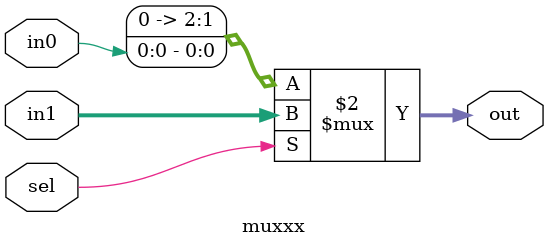
<source format=v>
module muxxx(
	input in0,
	input [2:0]in1, 
	input sel,
	output [2:0]out
);


assign out = sel?in1:in0;

endmodule 
</source>
